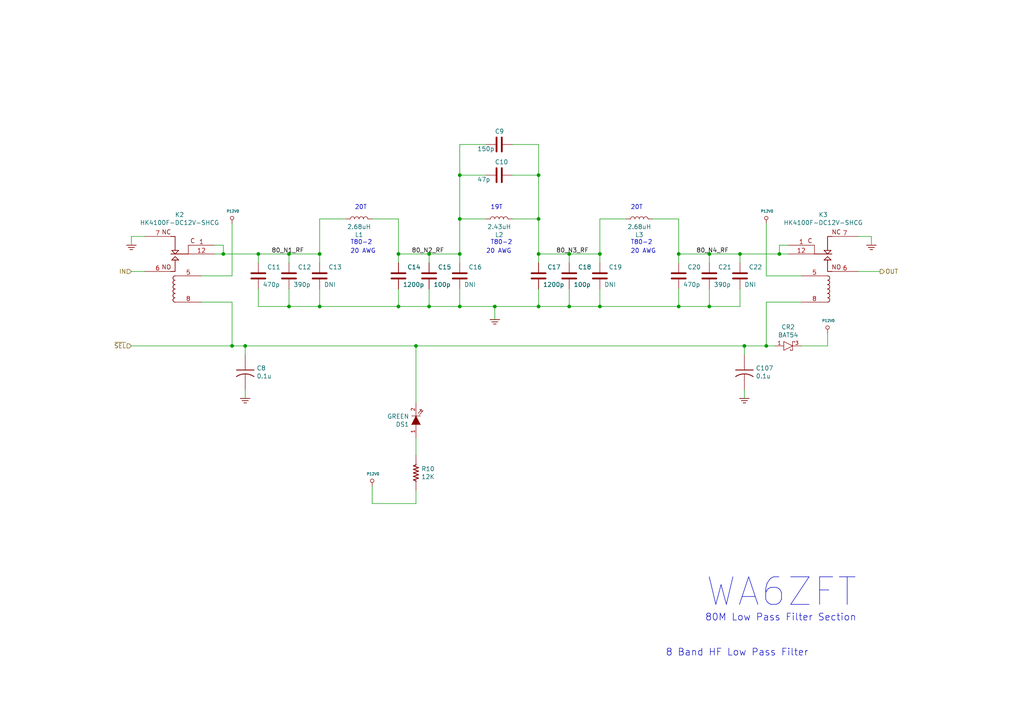
<source format=kicad_sch>
(kicad_sch (version 20211123) (generator eeschema)
  (paper "A4")
  (title_block (rev "X4"))
  (lib_symbols
    (symbol "Device:C" (pin_numbers hide) (pin_names (offset 0.254))
      (property "Reference" "C" (at 0.635 2.54 0))
      (property "Value" "C" (at 0.635 -2.54 0))
      (symbol "C_0_1"
        (polyline (pts (xy -2.032 -0.762) (xy 2.032 -0.762)) (stroke (width 0.508)))
        (polyline (pts (xy -2.032 0.762) (xy 2.032 0.762)) (stroke (width 0.508)))
      )
      (symbol "C_1_1"
        (pin passive line (at 0 3.81 270) (length 2.794) (name "~") (number "1"))
        (pin passive line (at 0 -3.81 90) (length 2.794) (name "~") (number "2"))
      )
    )
    (symbol "Device:L" (pin_numbers hide) (pin_names (offset 1.016) hide)
      (property "Reference" "L" (at -1.27 0 90))
      (property "Value" "L" (at 1.905 0 90))
      (symbol "L_0_1"
        (arc (start 0 -2.54) (mid 0.635 -1.905) (end 0 -1.27))
        (arc (start 0 -1.27) (mid 0.635 -0.635) (end 0 0))
        (arc (start 0 0) (mid 0.635 0.635) (end 0 1.27))
        (arc (start 0 1.27) (mid 0.635 1.905) (end 0 2.54))
      )
      (symbol "L_1_1"
        (pin passive line (at 0 3.81 270) (length 1.27) (name "1") (number "1"))
        (pin passive line (at 0 -3.81 90) (length 1.27) (name "2") (number "2"))
      )
    )
    (symbol "custom:BAT54" (pin_names (offset 1.016) hide)
      (property "Reference" "CR" (at -2.286 1.905 0))
      (property "Value" "BAT54" (at -2.286 -3.429 0))
      (symbol "BAT54_1_0"
        (polyline (pts (xy -1.27 -1.27) (xy 1.27 0)))
        (polyline (pts (xy -1.27 1.27) (xy -1.27 -1.27)))
        (polyline (pts (xy 0.635 -1.016) (xy 0.635 -1.27)))
        (polyline (pts (xy 1.27 -1.27) (xy 0.635 -1.27)))
        (polyline (pts (xy 1.27 0) (xy -1.27 1.27)))
        (polyline (pts (xy 1.27 0) (xy 1.27 -1.27)))
        (polyline (pts (xy 1.27 1.27) (xy 1.27 0)))
        (polyline (pts (xy 1.905 1.27) (xy 1.27 1.27)))
        (polyline (pts (xy 1.905 1.27) (xy 1.905 1.016)))
      )
      (symbol "BAT54_1_1"
        (pin passive line (at -3.81 0 0) (length 2.54) (name "A") (number "1"))
        (pin no_connect line (at -1.27 -5.08 0) (length 5.08) hide (name "") (number "2"))
        (pin passive line (at 3.81 0 180) (length 2.54) (name "C") (number "3"))
      )
    )
    (symbol "custom:C_US" (pin_numbers hide) (pin_names (offset 0.254) hide)
      (property "Reference" "C" (at 1.27 2.54 0))
      (property "Value" "C_US" (at 1.27 -2.54 0))
      (symbol "C_US_0_1"
        (polyline (pts (xy -2.54 0.635) (xy 2.54 0.635) (xy 2.54 0.635)) (stroke (width 0.254)))
        (arc (start 2.54 -1.27) (mid 0 -0.5009) (end -2.54 -1.27) (stroke (width 0.254)))
      )
      (symbol "C_US_1_1"
        (pin passive line (at 0 5.08 270) (length 4.445) (name "~") (number "1"))
        (pin passive line (at 0 -5.08 90) (length 4.445) (name "~") (number "2"))
      )
    )
    (symbol "custom:GND_US" (power) (pin_names (offset 0))
      (symbol "GND_US_0_1"
        (polyline (pts (xy -1.397 0) (xy 1.397 0)) (stroke (width 0.2032)))
        (polyline (pts (xy -0.889 -0.635) (xy 0.889 -0.635)) (stroke (width 0.2032)))
        (polyline (pts (xy -0.381 -1.27) (xy 0.381 -1.27)) (stroke (width 0.2032)))
      )
      (symbol "GND_US_1_1"
        (pin power_in line (at 0 0 90) (length 0) hide (name "GND") (number "1"))
      )
    )
    (symbol "custom:LEDGRN-SAR" (pin_names (offset 1.016) hide)
      (property "Reference" "DS" (at 0 2.54 0))
      (property "Value" "LEDGRN-SAR" (at 0 -2.54 0))
      (symbol "LEDGRN-SAR_0_1"
        (polyline (pts (xy 1.27 1.27) (xy 1.27 -1.27)))
        (polyline (pts (xy -1.27 1.27) (xy 1.27 0) (xy -1.27 -1.27)) (fill (type outline)))
        (polyline (pts (xy 1.651 -1.016) (xy 2.794 -2.032) (xy 2.667 -1.397)))
        (polyline (pts (xy 2.032 -0.635) (xy 3.175 -1.651) (xy 3.048 -1.016)))
      )
      (symbol "LEDGRN-SAR_1_1"
        (pin passive line (at -5.08 0 0) (length 3.81) (name "A") (number "1"))
        (pin passive line (at 5.08 0 180) (length 3.81) (name "K") (number "2"))
      )
    )
    (symbol "custom:P12V0" (power) (pin_names (offset 0))
      (property "Value" "P12V0" (at 0 2.794 0))
      (symbol "P12V0_0_0"
        (pin power_in line (at 0 0 90) (length 0) hide (name "P12V0") (number "1"))
      )
      (symbol "P12V0_0_1"
        (polyline (pts (xy 0 0) (xy 0 1.016) (xy 0 1.016)))
        (circle (center 0 1.524) (radius 0.508))
      )
    )
    (symbol "custom:RELAY_SPDT_HK4100F_SERIES" (pin_names (offset 1.016))
      (property "Reference" "K" (at 0 -17.78 0))
      (property "Value" "RELAY_SPDT_HK4100F_SERIES" (at -1.27 8.89 0))
      (symbol "RELAY_SPDT_HK4100F_SERIES_0_0"
        (text "C" (at -2.54 3.81 0) (effects (font (size 1.27 1.27))))
        (text "NC" (at 5.08 6.35 0) (effects (font (size 1.27 1.27))))
        (text "NO" (at 5.08 -3.81 0) (effects (font (size 1.27 1.27))))
      )
      (symbol "RELAY_SPDT_HK4100F_SERIES_0_1"
        (polyline (pts (xy -1.27 2.54) (xy -1.27 0)))
      )
      (symbol "RELAY_SPDT_HK4100F_SERIES_1_1"
        (polyline (pts (xy -1.27 0) (xy 2.54 0)))
        (polyline (pts (xy -1.27 0) (xy 2.54 0)))
        (polyline (pts (xy 1.524 -1.7526) (xy 3.5306 -1.7526)))
        (polyline (pts (xy 1.524 -1.7526) (xy 3.5306 -1.7526)))
        (polyline (pts (xy 1.524 1.0414) (xy 3.5306 1.0414)))
        (polyline (pts (xy 1.524 1.0414) (xy 3.5306 1.0414)))
        (polyline (pts (xy 2.54 -2.54) (xy 2.54 -2.032)))
        (polyline (pts (xy 2.54 -2.54) (xy 2.54 -2.032)))
        (polyline (pts (xy 2.54 -2.032) (xy 2.54 -1.7526)))
        (polyline (pts (xy 2.54 -2.032) (xy 2.54 -1.7526)))
        (polyline (pts (xy 2.54 -0.762) (xy 1.524 -1.7526)))
        (polyline (pts (xy 2.54 -0.762) (xy 1.524 -1.7526)))
        (polyline (pts (xy 2.54 0) (xy 1.524 1.0414)))
        (polyline (pts (xy 2.54 0) (xy 1.524 1.0414)))
        (polyline (pts (xy 2.54 0) (xy 3.81 0)))
        (polyline (pts (xy 2.54 0) (xy 3.81 0)))
        (polyline (pts (xy 2.54 2.54) (xy 2.54 1.0414)))
        (polyline (pts (xy 2.54 2.54) (xy 2.54 1.0414)))
        (polyline (pts (xy 3.5306 -1.7526) (xy 2.54 -0.762)))
        (polyline (pts (xy 3.5306 -1.7526) (xy 2.54 -0.762)))
        (polyline (pts (xy 3.5306 1.0414) (xy 2.54 0)))
        (polyline (pts (xy 3.5306 1.0414) (xy 2.54 0)))
        (polyline (pts (xy 3.81 -5.08) (xy 2.54 -5.08) (xy 2.54 -2.54)))
        (polyline (pts (xy 3.81 -5.08) (xy 2.54 -5.08) (xy 2.54 -2.54)))
        (polyline (pts (xy 3.81 5.08) (xy 2.54 5.08) (xy 2.54 2.54)))
        (polyline (pts (xy 3.81 5.08) (xy 2.54 5.08) (xy 2.54 2.54)))
        (arc (start 2.54 -13.97) (mid 3.175 -13.335) (end 2.54 -12.7))
        (arc (start 2.54 -13.97) (mid 3.175 -13.335) (end 2.54 -12.7))
        (arc (start 2.54 -12.7) (mid 3.175 -12.065) (end 2.54 -11.43))
        (arc (start 2.54 -12.7) (mid 3.175 -12.065) (end 2.54 -11.43))
        (arc (start 2.54 -11.43) (mid 3.175 -10.795) (end 2.54 -10.16))
        (arc (start 2.54 -11.43) (mid 3.175 -10.795) (end 2.54 -10.16))
        (arc (start 2.54 -10.16) (mid 3.175 -9.525) (end 2.54 -8.89))
        (arc (start 2.54 -10.16) (mid 3.175 -9.525) (end 2.54 -8.89))
        (arc (start 2.54 -8.89) (mid 3.175 -8.255) (end 2.54 -7.62))
        (arc (start 2.54 -8.89) (mid 3.175 -8.255) (end 2.54 -7.62))
        (arc (start 2.54 -7.62) (mid 3.175 -6.985) (end 2.54 -6.35))
        (arc (start 2.54 -7.62) (mid 3.175 -6.985) (end 2.54 -6.35))
        (pin passive line (at -8.89 2.54 0) (length 7.62) (name "~") (number "1"))
        (pin passive line (at -8.89 0 0) (length 7.62) (name "~") (number "12"))
        (pin passive line (at -5.08 -6.35 0) (length 7.62) (name "~") (number "5"))
        (pin passive line (at 11.43 -5.08 180) (length 7.62) (name "~") (number "6"))
        (pin passive line (at 11.43 5.08 180) (length 7.62) (name "~") (number "7"))
        (pin passive line (at -5.08 -13.97 0) (length 7.62) (name "~") (number "8"))
      )
    )
    (symbol "custom:R_US" (pin_numbers hide) (pin_names (offset 1.016) hide)
      (property "Reference" "R" (at 2.032 0 90))
      (property "Value" "R_US" (at -2.032 0 90))
      (symbol "R_US_0_0"
        (polyline (pts (xy 0 -2.54) (xy 0 -2.54) (xy 0 -2.286) (xy -0.762 -2.032) (xy 0.762 -1.524) (xy -0.762 -1.016) (xy 0.762 -0.508) (xy -0.762 0) (xy 0.762 0.508) (xy -0.762 1.016) (xy 0.762 1.524) (xy -0.762 2.032) (xy 0 2.286) (xy 0 2.54) (xy 0 2.54)) (stroke (width 0.254)))
      )
      (symbol "R_US_1_1"
        (pin passive line (at 0 5.08 270) (length 2.54) (name "~") (number "1"))
        (pin passive line (at 0 -5.08 90) (length 2.54) (name "~") (number "2"))
      )
    )
  )
  (junction (at 205.74 88.9))
  (junction (at 71.12 100.33))
  (junction (at 64.77 73.66))
  (junction (at 156.21 73.66))
  (junction (at 156.21 50.8))
  (junction (at 165.1 88.9))
  (junction (at 196.85 88.9))
  (junction (at 215.9 100.33))
  (junction (at 143.51 88.9))
  (junction (at 165.1 73.66))
  (junction (at 214.63 73.66))
  (junction (at 115.57 73.66))
  (junction (at 67.31 100.33))
  (junction (at 173.99 88.9))
  (junction (at 120.65 100.33))
  (junction (at 156.21 88.9))
  (junction (at 124.46 88.9))
  (junction (at 92.71 88.9))
  (junction (at 205.74 73.66))
  (junction (at 83.82 73.66))
  (junction (at 133.35 63.5))
  (junction (at 115.57 88.9))
  (junction (at 226.06 73.66))
  (junction (at 133.35 73.66))
  (junction (at 83.82 88.9))
  (junction (at 133.35 50.8))
  (junction (at 124.46 73.66))
  (junction (at 74.93 73.66))
  (junction (at 196.85 73.66))
  (junction (at 222.25 100.33))
  (junction (at 92.71 73.66))
  (junction (at 173.99 73.66))
  (junction (at 133.35 88.9))
  (junction (at 156.21 63.5))
  (wire (pts (xy 83.82 88.9) (xy 92.71 88.9)))
  (wire (pts (xy 214.63 76.2) (xy 214.63 73.66)))
  (wire (pts (xy 115.57 73.66) (xy 124.46 73.66)))
  (wire (pts (xy 115.57 88.9) (xy 124.46 88.9)))
  (wire (pts (xy 226.06 71.12) (xy 226.06 73.66)))
  (wire (pts (xy 83.82 73.66) (xy 92.71 73.66)))
  (wire (pts (xy 248.92 78.74) (xy 255.27 78.74)))
  (wire (pts (xy 58.42 87.63) (xy 67.31 87.63)))
  (wire (pts (xy 115.57 73.66) (xy 115.57 76.2)))
  (wire (pts (xy 62.23 73.66) (xy 64.77 73.66)))
  (wire (pts (xy 115.57 63.5) (xy 115.57 73.66)))
  (wire (pts (xy 189.23 63.5) (xy 196.85 63.5)))
  (wire (pts (xy 83.82 76.2) (xy 83.82 73.66)))
  (wire (pts (xy 74.93 76.2) (xy 74.93 73.66)))
  (wire (pts (xy 140.97 63.5) (xy 133.35 63.5)))
  (wire (pts (xy 205.74 88.9) (xy 214.63 88.9)))
  (wire (pts (xy 120.65 127) (xy 120.65 132.08)))
  (wire (pts (xy 156.21 73.66) (xy 156.21 76.2)))
  (wire (pts (xy 228.6 71.12) (xy 226.06 71.12)))
  (wire (pts (xy 92.71 63.5) (xy 92.71 73.66)))
  (wire (pts (xy 148.59 41.91) (xy 156.21 41.91)))
  (wire (pts (xy 100.33 63.5) (xy 92.71 63.5)))
  (wire (pts (xy 156.21 83.82) (xy 156.21 88.9)))
  (wire (pts (xy 222.25 87.63) (xy 232.41 87.63)))
  (wire (pts (xy 165.1 88.9) (xy 173.99 88.9)))
  (wire (pts (xy 224.79 100.33) (xy 222.25 100.33)))
  (wire (pts (xy 71.12 113.03) (xy 71.12 115.57)))
  (wire (pts (xy 64.77 73.66) (xy 74.93 73.66)))
  (wire (pts (xy 226.06 73.66) (xy 214.63 73.66)))
  (wire (pts (xy 232.41 80.01) (xy 222.25 80.01)))
  (wire (pts (xy 148.59 63.5) (xy 156.21 63.5)))
  (wire (pts (xy 215.9 113.03) (xy 215.9 115.57)))
  (wire (pts (xy 83.82 83.82) (xy 83.82 88.9)))
  (wire (pts (xy 232.41 100.33) (xy 240.03 100.33)))
  (wire (pts (xy 74.93 83.82) (xy 74.93 88.9)))
  (wire (pts (xy 173.99 88.9) (xy 196.85 88.9)))
  (wire (pts (xy 107.95 146.05) (xy 107.95 140.97)))
  (wire (pts (xy 120.65 100.33) (xy 215.9 100.33)))
  (wire (pts (xy 205.74 76.2) (xy 205.74 73.66)))
  (wire (pts (xy 196.85 88.9) (xy 205.74 88.9)))
  (wire (pts (xy 215.9 102.87) (xy 215.9 100.33)))
  (wire (pts (xy 120.65 146.05) (xy 107.95 146.05)))
  (wire (pts (xy 92.71 88.9) (xy 115.57 88.9)))
  (wire (pts (xy 124.46 76.2) (xy 124.46 73.66)))
  (wire (pts (xy 214.63 88.9) (xy 214.63 83.82)))
  (wire (pts (xy 165.1 76.2) (xy 165.1 73.66)))
  (wire (pts (xy 67.31 87.63) (xy 67.31 100.33)))
  (wire (pts (xy 165.1 73.66) (xy 156.21 73.66)))
  (wire (pts (xy 228.6 73.66) (xy 226.06 73.66)))
  (wire (pts (xy 64.77 71.12) (xy 64.77 73.66)))
  (wire (pts (xy 67.31 100.33) (xy 71.12 100.33)))
  (wire (pts (xy 140.97 50.8) (xy 133.35 50.8)))
  (wire (pts (xy 124.46 73.66) (xy 133.35 73.66)))
  (wire (pts (xy 120.65 116.84) (xy 120.65 100.33)))
  (wire (pts (xy 240.03 100.33) (xy 240.03 96.52)))
  (wire (pts (xy 38.1 68.58) (xy 38.1 71.12)))
  (wire (pts (xy 165.1 83.82) (xy 165.1 88.9)))
  (wire (pts (xy 133.35 63.5) (xy 133.35 73.66)))
  (wire (pts (xy 74.93 73.66) (xy 83.82 73.66)))
  (wire (pts (xy 67.31 100.33) (xy 38.1 100.33)))
  (wire (pts (xy 67.31 80.01) (xy 67.31 64.77)))
  (wire (pts (xy 58.42 80.01) (xy 67.31 80.01)))
  (wire (pts (xy 173.99 63.5) (xy 173.99 73.66)))
  (wire (pts (xy 205.74 73.66) (xy 196.85 73.66)))
  (wire (pts (xy 62.23 71.12) (xy 64.77 71.12)))
  (wire (pts (xy 156.21 88.9) (xy 165.1 88.9)))
  (wire (pts (xy 92.71 83.82) (xy 92.71 88.9)))
  (wire (pts (xy 143.51 88.9) (xy 156.21 88.9)))
  (wire (pts (xy 120.65 142.24) (xy 120.65 146.05)))
  (wire (pts (xy 133.35 83.82) (xy 133.35 88.9)))
  (wire (pts (xy 41.91 78.74) (xy 38.1 78.74)))
  (wire (pts (xy 124.46 83.82) (xy 124.46 88.9)))
  (wire (pts (xy 181.61 63.5) (xy 173.99 63.5)))
  (wire (pts (xy 196.85 76.2) (xy 196.85 73.66)))
  (wire (pts (xy 173.99 83.82) (xy 173.99 88.9)))
  (wire (pts (xy 143.51 92.71) (xy 143.51 88.9)))
  (wire (pts (xy 252.73 68.58) (xy 252.73 71.12)))
  (wire (pts (xy 156.21 63.5) (xy 156.21 73.66)))
  (wire (pts (xy 92.71 73.66) (xy 92.71 76.2)))
  (wire (pts (xy 41.91 68.58) (xy 38.1 68.58)))
  (wire (pts (xy 215.9 100.33) (xy 222.25 100.33)))
  (wire (pts (xy 74.93 88.9) (xy 83.82 88.9)))
  (wire (pts (xy 115.57 83.82) (xy 115.57 88.9)))
  (wire (pts (xy 133.35 88.9) (xy 143.51 88.9)))
  (wire (pts (xy 133.35 50.8) (xy 133.35 63.5)))
  (wire (pts (xy 107.95 63.5) (xy 115.57 63.5)))
  (wire (pts (xy 222.25 80.01) (xy 222.25 64.77)))
  (wire (pts (xy 173.99 73.66) (xy 165.1 73.66)))
  (wire (pts (xy 222.25 100.33) (xy 222.25 87.63)))
  (wire (pts (xy 156.21 50.8) (xy 156.21 63.5)))
  (wire (pts (xy 133.35 41.91) (xy 133.35 50.8)))
  (wire (pts (xy 196.85 73.66) (xy 196.85 63.5)))
  (wire (pts (xy 140.97 41.91) (xy 133.35 41.91)))
  (wire (pts (xy 248.92 68.58) (xy 252.73 68.58)))
  (wire (pts (xy 205.74 83.82) (xy 205.74 88.9)))
  (wire (pts (xy 196.85 83.82) (xy 196.85 88.9)))
  (wire (pts (xy 133.35 76.2) (xy 133.35 73.66)))
  (wire (pts (xy 71.12 100.33) (xy 120.65 100.33)))
  (wire (pts (xy 214.63 73.66) (xy 205.74 73.66)))
  (wire (pts (xy 173.99 73.66) (xy 173.99 76.2)))
  (wire (pts (xy 148.59 50.8) (xy 156.21 50.8)))
  (wire (pts (xy 71.12 102.87) (xy 71.12 100.33)))
  (wire (pts (xy 156.21 41.91) (xy 156.21 50.8)))
  (wire (pts (xy 124.46 88.9) (xy 133.35 88.9)))
  (text "20 AWG" (at 101.6 73.66 0) (effects (font (size 1.27 1.27)) (justify left bottom)))
  (text "20T" (at 102.87 60.96 0) (effects (font (size 1.27 1.27)) (justify left bottom)))
  (text "8 Band HF Low Pass Filter" (at 193.04 190.5 0) (effects (font (size 2.0066 2.0066)) (justify left bottom)))
  (text "T80-2" (at 101.6 71.12 0) (effects (font (size 1.27 1.27)) (justify left bottom)))
  (text "T80-2" (at 142.24 71.12 0) (effects (font (size 1.27 1.27)) (justify left bottom)))
  (text "20 AWG" (at 182.88 73.66 0) (effects (font (size 1.27 1.27)) (justify left bottom)))
  (text "20 AWG" (at 140.97 73.66 0) (effects (font (size 1.27 1.27)) (justify left bottom)))
  (text "19T" (at 142.24 60.96 0) (effects (font (size 1.27 1.27)) (justify left bottom)))
  (text "80M Low Pass Filter Section" (at 204.47 180.34 0) (effects (font (size 2.0066 2.0066)) (justify left bottom)))
  (text "WA6ZFT" (at 204.47 176.53 0) (effects (font (size 8.001 8.001)) (justify left bottom)))
  (text "20T" (at 182.88 60.96 0) (effects (font (size 1.27 1.27)) (justify left bottom)))
  (text "T80-2" (at 182.88 71.12 0) (effects (font (size 1.27 1.27)) (justify left bottom)))
  (label "80_N2_RF" (at 119.38 73.66 0))
  (label "80_N3_RF" (at 161.29 73.66 0))
  (label "80_N1_RF" (at 78.74 73.66 0))
  (label "80_N4_RF" (at 201.93 73.66 0))
  (hierarchical_label "~{SEL}" (shape input) (at 38.1 100.33 180))
  (hierarchical_label "IN" (shape input) (at 38.1 78.74 180))
  (hierarchical_label "OUT" (shape output) (at 255.27 78.74 0))
  (symbol (lib_id "Device:L") (at 144.78 63.5 90) (unit 1)
    (property "Reference" "L2" (at 144.78 68.0974 90))
    (property "Value" "2.43uH" (at 144.78 65.786 90))
    (property "Footprint" "mods:TOROID_T80_VERT" (effects hide))
    (property "PartNumber" "800234-802" (effects hide))
  )
  (symbol (lib_id "Device:L") (at 104.14 63.5 90) (unit 1)
    (property "Reference" "L1" (at 104.14 68.0974 90))
    (property "Value" "2.68uH" (at 104.14 65.786 90))
    (property "Footprint" "mods:TOROID_T80_VERT" (effects hide))
    (property "PartNumber" "800234-802" (effects hide))
  )
  (symbol (lib_id "custom:GND_US") (at 143.51 92.71 0) (unit 1)
    (property "Reference" "#PWR0121" (effects hide))
    (property "Value" "GND_US" (effects hide))
  )
  (symbol (lib_id "custom:GND_US") (at 38.1 71.12 0) (unit 1)
    (property "Reference" "#PWR0122" (effects hide))
    (property "Value" "GND_US" (effects hide))
  )
  (symbol (lib_id "custom:GND_US") (at 252.73 71.12 0) (unit 1)
    (property "Reference" "#PWR0123" (effects hide))
    (property "Value" "GND_US" (effects hide))
  )
  (symbol (lib_id "custom:P12V0") (at 67.31 64.77 0) (unit 1)
    (property "Reference" "#PWR0124" (effects hide))
    (property "Value" "P12V0" (at 67.5386 61.2648 0) (effects (font (size 0.762 0.762))))
  )
  (symbol (lib_id "custom:P12V0") (at 222.25 64.77 0) (unit 1)
    (property "Reference" "#PWR0125" (effects hide))
    (property "Value" "P12V0" (at 222.4786 61.2648 0) (effects (font (size 0.762 0.762))))
  )
  (symbol (lib_id "custom:BAT54") (at 228.6 100.33 0) (unit 1)
    (property "Reference" "CR2" (at 228.6 94.869 0))
    (property "Value" "BAT54" (at 228.6 97.1804 0))
    (property "Footprint" "mods:SOT23-3-SAR-V2" (effects hide))
    (property "PartNumber" "800127-101" (effects hide))
  )
  (symbol (lib_id "custom:P12V0") (at 240.03 96.52 0) (unit 1)
    (property "Reference" "#PWR0126" (effects hide))
    (property "Value" "P12V0" (at 240.2586 93.0148 0) (effects (font (size 0.762 0.762))))
  )
  (symbol (lib_id "Device:C") (at 124.46 80.01 0) (unit 1)
    (property "Reference" "C15" (at 127 77.47 0) (effects (justify left)))
    (property "Value" "100p" (at 125.73 82.55 0) (effects (justify left)))
    (property "Footprint" "mods:CC0805" (effects hide))
    (property "PartNumber" "800232-101" (effects hide))
  )
  (symbol (lib_id "Device:C") (at 115.57 80.01 0) (unit 1)
    (property "Reference" "C14" (at 118.11 77.47 0) (effects (justify left)))
    (property "Value" "1200p" (at 116.84 82.55 0) (effects (justify left)))
    (property "Footprint" "mods:CC0805" (effects hide))
    (property "PartNumber" "800232-122" (effects hide))
  )
  (symbol (lib_id "Device:C") (at 92.71 80.01 0) (unit 1)
    (property "Reference" "C13" (at 95.25 77.47 0) (effects (justify left)))
    (property "Value" "DNI" (at 93.98 82.55 0) (effects (justify left)))
    (property "Footprint" "mods:CC0805" (effects hide))
    (property "PartNumber" "800XXX-XXX" (effects hide))
  )
  (symbol (lib_id "Device:C") (at 83.82 80.01 0) (unit 1)
    (property "Reference" "C12" (at 86.36 77.47 0) (effects (justify left)))
    (property "Value" "390p" (at 85.09 82.55 0) (effects (justify left)))
    (property "Footprint" "mods:CC0805" (effects hide))
    (property "PartNumber" "800232-391" (effects hide))
  )
  (symbol (lib_id "Device:C") (at 74.93 80.01 0) (unit 1)
    (property "Reference" "C11" (at 77.47 77.47 0) (effects (justify left)))
    (property "Value" "470p" (at 76.2 82.55 0) (effects (justify left)))
    (property "Footprint" "mods:CC0805" (effects hide))
    (property "PartNumber" "800232-471" (effects hide))
  )
  (symbol (lib_id "Device:C") (at 144.78 50.8 270) (unit 1)
    (property "Reference" "C10" (at 143.51 46.99 90) (effects (justify left)))
    (property "Value" "47p" (at 138.43 52.07 90) (effects (justify left)))
    (property "Footprint" "mods:CC0805" (effects hide))
    (property "PartNumber" "800232-470" (effects hide))
  )
  (symbol (lib_id "custom:LEDGRN-SAR") (at 120.65 121.92 90) (unit 1)
    (property "Reference" "DS1" (at 118.6688 123.0884 90) (effects (justify left)))
    (property "Value" "GREEN" (at 118.6688 120.777 90) (effects (justify left)))
    (property "Footprint" "LED0805" (effects hide))
    (property "PartNumber" "800113-102" (effects hide))
  )
  (symbol (lib_id "custom:R_US") (at 120.65 137.16 0) (unit 1)
    (property "Reference" "R10" (at 122.174 135.9916 0) (effects (justify left)))
    (property "Value" "12K" (at 122.174 138.303 0) (effects (justify left)))
    (property "Footprint" "mods:RC0805" (effects hide))
    (property "PartNumber" "800XXX-XXX" (effects hide))
  )
  (symbol (lib_id "custom:P12V0") (at 107.95 140.97 0) (unit 1)
    (property "Reference" "#PWR0127" (effects hide))
    (property "Value" "P12V0" (at 108.1786 137.4648 0) (effects (font (size 0.762 0.762))))
  )
  (symbol (lib_id "custom:RELAY_SPDT_HK4100F_SERIES") (at 53.34 73.66 0) (mirror y) (unit 1)
    (property "Reference" "K2" (at 52.07 62.2808 0))
    (property "Value" "HK4100F-DC12V-SHCG" (at 52.07 64.5922 0))
    (property "Footprint" "mods:RELAY_HK4100" (effects hide))
    (property "PartNumber" "800231-101" (effects hide))
  )
  (symbol (lib_id "custom:RELAY_SPDT_HK4100F_SERIES") (at 237.49 73.66 0) (unit 1)
    (property "Reference" "K3" (at 238.76 62.2808 0))
    (property "Value" "HK4100F-DC12V-SHCG" (at 238.76 64.5922 0))
    (property "Footprint" "mods:RELAY_HK4100" (effects hide))
    (property "PartNumber" "800231-101" (effects hide))
  )
  (symbol (lib_id "Device:C") (at 214.63 80.01 0) (unit 1)
    (property "Reference" "C22" (at 217.17 77.47 0) (effects (justify left)))
    (property "Value" "DNI" (at 215.9 82.55 0) (effects (justify left)))
    (property "Footprint" "mods:CC0805" (effects hide))
    (property "PartNumber" "800XXX-XXX" (effects hide))
  )
  (symbol (lib_id "Device:C") (at 173.99 80.01 0) (unit 1)
    (property "Reference" "C19" (at 176.53 77.47 0) (effects (justify left)))
    (property "Value" "DNI" (at 175.26 82.55 0) (effects (justify left)))
    (property "Footprint" "mods:CC0805" (effects hide))
    (property "PartNumber" "800XXX-XXX" (effects hide))
  )
  (symbol (lib_id "Device:C") (at 133.35 80.01 0) (unit 1)
    (property "Reference" "C16" (at 135.89 77.47 0) (effects (justify left)))
    (property "Value" "DNI" (at 134.62 82.55 0) (effects (justify left)))
    (property "Footprint" "mods:CC0805" (effects hide))
    (property "PartNumber" "800XXX-XXX" (effects hide))
  )
  (symbol (lib_id "Device:C") (at 144.78 41.91 270) (unit 1)
    (property "Reference" "C9" (at 143.51 38.1 90) (effects (justify left)))
    (property "Value" "150p" (at 138.43 43.18 90) (effects (justify left)))
    (property "Footprint" "mods:CC0805" (effects hide))
    (property "PartNumber" "800232-151" (effects hide))
  )
  (symbol (lib_id "Device:L") (at 185.42 63.5 90) (unit 1)
    (property "Reference" "L3" (at 185.42 68.0974 90))
    (property "Value" "2.68uH" (at 185.42 65.786 90))
    (property "Footprint" "mods:TOROID_T80_VERT" (effects hide))
    (property "PartNumber" "800234-802" (effects hide))
  )
  (symbol (lib_id "Device:C") (at 196.85 80.01 0) (unit 1)
    (property "Reference" "C20" (at 199.39 77.47 0) (effects (justify left)))
    (property "Value" "470p" (at 198.12 82.55 0) (effects (justify left)))
    (property "Footprint" "mods:CC0805" (effects hide))
    (property "PartNumber" "800232-471" (effects hide))
  )
  (symbol (lib_id "Device:C") (at 205.74 80.01 0) (unit 1)
    (property "Reference" "C21" (at 208.28 77.47 0) (effects (justify left)))
    (property "Value" "390p" (at 207.01 82.55 0) (effects (justify left)))
    (property "Footprint" "mods:CC0805" (effects hide))
    (property "PartNumber" "800232-391" (effects hide))
  )
  (symbol (lib_id "Device:C") (at 156.21 80.01 0) (unit 1)
    (property "Reference" "C17" (at 158.75 77.47 0) (effects (justify left)))
    (property "Value" "1200p" (at 157.48 82.55 0) (effects (justify left)))
    (property "Footprint" "mods:CC0805" (effects hide))
    (property "PartNumber" "800232-122" (effects hide))
  )
  (symbol (lib_id "Device:C") (at 165.1 80.01 0) (unit 1)
    (property "Reference" "C18" (at 167.64 77.47 0) (effects (justify left)))
    (property "Value" "100p" (at 166.37 82.55 0) (effects (justify left)))
    (property "Footprint" "mods:CC0805" (effects hide))
    (property "PartNumber" "800232-101" (effects hide))
  )
  (symbol (lib_id "custom:C_US") (at 71.12 107.95 0) (unit 1)
    (property "Reference" "C8" (at 74.422 106.7816 0) (effects (justify left)))
    (property "Value" "0.1u" (at 74.422 109.093 0) (effects (justify left)))
    (property "Footprint" "mods:CC0805" (effects hide))
    (property "PartNumber" "800063-XXX" (effects hide))
  )
  (symbol (lib_id "custom:GND_US") (at 71.12 115.57 0) (unit 1)
    (property "Reference" "#PWR0178" (effects hide))
    (property "Value" "GND_US" (effects hide))
  )
  (symbol (lib_id "custom:C_US") (at 215.9 107.95 0) (unit 1)
    (property "Reference" "C107" (at 219.202 106.7816 0) (effects (justify left)))
    (property "Value" "0.1u" (at 219.202 109.093 0) (effects (justify left)))
    (property "Footprint" "mods:CC0805" (effects hide))
    (property "PartNumber" "800063-XXX" (effects hide))
  )
  (symbol (lib_id "custom:GND_US") (at 215.9 115.57 0) (unit 1)
    (property "Reference" "#PWR0179" (effects hide))
    (property "Value" "GND_US" (effects hide))
  )
)
</source>
